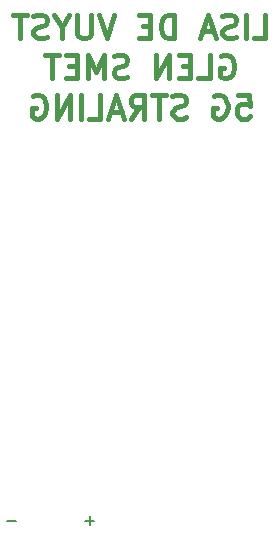
<source format=gbo>
G04 #@! TF.GenerationSoftware,KiCad,Pcbnew,(5.1.9)-1*
G04 #@! TF.CreationDate,2021-04-08T22:43:58+02:00*
G04 #@! TF.ProjectId,autopcb,6175746f-7063-4622-9e6b-696361645f70,rev?*
G04 #@! TF.SameCoordinates,Original*
G04 #@! TF.FileFunction,Legend,Bot*
G04 #@! TF.FilePolarity,Positive*
%FSLAX46Y46*%
G04 Gerber Fmt 4.6, Leading zero omitted, Abs format (unit mm)*
G04 Created by KiCad (PCBNEW (5.1.9)-1) date 2021-04-08 22:43:58*
%MOMM*%
%LPD*%
G01*
G04 APERTURE LIST*
%ADD10C,0.150000*%
%ADD11C,0.400000*%
G04 APERTURE END LIST*
D10*
X141541452Y-101480928D02*
X140779547Y-101480928D01*
X141160500Y-101861880D02*
X141160500Y-101099976D01*
X134937452Y-101480928D02*
X134175547Y-101480928D01*
D11*
X155049928Y-60623761D02*
X156002309Y-60623761D01*
X156002309Y-58623761D01*
X154383261Y-60623761D02*
X154383261Y-58623761D01*
X153526119Y-60528523D02*
X153240404Y-60623761D01*
X152764214Y-60623761D01*
X152573738Y-60528523D01*
X152478500Y-60433285D01*
X152383261Y-60242809D01*
X152383261Y-60052333D01*
X152478500Y-59861857D01*
X152573738Y-59766619D01*
X152764214Y-59671380D01*
X153145166Y-59576142D01*
X153335642Y-59480904D01*
X153430880Y-59385666D01*
X153526119Y-59195190D01*
X153526119Y-59004714D01*
X153430880Y-58814238D01*
X153335642Y-58719000D01*
X153145166Y-58623761D01*
X152668976Y-58623761D01*
X152383261Y-58719000D01*
X151621357Y-60052333D02*
X150668976Y-60052333D01*
X151811833Y-60623761D02*
X151145166Y-58623761D01*
X150478500Y-60623761D01*
X148288023Y-60623761D02*
X148288023Y-58623761D01*
X147811833Y-58623761D01*
X147526119Y-58719000D01*
X147335642Y-58909476D01*
X147240404Y-59099952D01*
X147145166Y-59480904D01*
X147145166Y-59766619D01*
X147240404Y-60147571D01*
X147335642Y-60338047D01*
X147526119Y-60528523D01*
X147811833Y-60623761D01*
X148288023Y-60623761D01*
X146288023Y-59576142D02*
X145621357Y-59576142D01*
X145335642Y-60623761D02*
X146288023Y-60623761D01*
X146288023Y-58623761D01*
X145335642Y-58623761D01*
X143240404Y-58623761D02*
X142573738Y-60623761D01*
X141907071Y-58623761D01*
X141240404Y-58623761D02*
X141240404Y-60242809D01*
X141145166Y-60433285D01*
X141049928Y-60528523D01*
X140859452Y-60623761D01*
X140478500Y-60623761D01*
X140288023Y-60528523D01*
X140192785Y-60433285D01*
X140097547Y-60242809D01*
X140097547Y-58623761D01*
X138764214Y-59671380D02*
X138764214Y-60623761D01*
X139430880Y-58623761D02*
X138764214Y-59671380D01*
X138097547Y-58623761D01*
X137526119Y-60528523D02*
X137240404Y-60623761D01*
X136764214Y-60623761D01*
X136573738Y-60528523D01*
X136478500Y-60433285D01*
X136383261Y-60242809D01*
X136383261Y-60052333D01*
X136478500Y-59861857D01*
X136573738Y-59766619D01*
X136764214Y-59671380D01*
X137145166Y-59576142D01*
X137335642Y-59480904D01*
X137430880Y-59385666D01*
X137526119Y-59195190D01*
X137526119Y-59004714D01*
X137430880Y-58814238D01*
X137335642Y-58719000D01*
X137145166Y-58623761D01*
X136668976Y-58623761D01*
X136383261Y-58719000D01*
X135811833Y-58623761D02*
X134668976Y-58623761D01*
X135240404Y-60623761D02*
X135240404Y-58623761D01*
X152240404Y-62119000D02*
X152430880Y-62023761D01*
X152716595Y-62023761D01*
X153002309Y-62119000D01*
X153192785Y-62309476D01*
X153288023Y-62499952D01*
X153383261Y-62880904D01*
X153383261Y-63166619D01*
X153288023Y-63547571D01*
X153192785Y-63738047D01*
X153002309Y-63928523D01*
X152716595Y-64023761D01*
X152526119Y-64023761D01*
X152240404Y-63928523D01*
X152145166Y-63833285D01*
X152145166Y-63166619D01*
X152526119Y-63166619D01*
X150335642Y-64023761D02*
X151288023Y-64023761D01*
X151288023Y-62023761D01*
X149668976Y-62976142D02*
X149002309Y-62976142D01*
X148716595Y-64023761D02*
X149668976Y-64023761D01*
X149668976Y-62023761D01*
X148716595Y-62023761D01*
X147859452Y-64023761D02*
X147859452Y-62023761D01*
X146716595Y-64023761D01*
X146716595Y-62023761D01*
X144335642Y-63928523D02*
X144049928Y-64023761D01*
X143573738Y-64023761D01*
X143383261Y-63928523D01*
X143288023Y-63833285D01*
X143192785Y-63642809D01*
X143192785Y-63452333D01*
X143288023Y-63261857D01*
X143383261Y-63166619D01*
X143573738Y-63071380D01*
X143954690Y-62976142D01*
X144145166Y-62880904D01*
X144240404Y-62785666D01*
X144335642Y-62595190D01*
X144335642Y-62404714D01*
X144240404Y-62214238D01*
X144145166Y-62119000D01*
X143954690Y-62023761D01*
X143478500Y-62023761D01*
X143192785Y-62119000D01*
X142335642Y-64023761D02*
X142335642Y-62023761D01*
X141668976Y-63452333D01*
X141002309Y-62023761D01*
X141002309Y-64023761D01*
X140049928Y-62976142D02*
X139383261Y-62976142D01*
X139097547Y-64023761D02*
X140049928Y-64023761D01*
X140049928Y-62023761D01*
X139097547Y-62023761D01*
X138526119Y-62023761D02*
X137383261Y-62023761D01*
X137954690Y-64023761D02*
X137954690Y-62023761D01*
X153668976Y-65423761D02*
X154621357Y-65423761D01*
X154716595Y-66376142D01*
X154621357Y-66280904D01*
X154430880Y-66185666D01*
X153954690Y-66185666D01*
X153764214Y-66280904D01*
X153668976Y-66376142D01*
X153573738Y-66566619D01*
X153573738Y-67042809D01*
X153668976Y-67233285D01*
X153764214Y-67328523D01*
X153954690Y-67423761D01*
X154430880Y-67423761D01*
X154621357Y-67328523D01*
X154716595Y-67233285D01*
X151668976Y-65519000D02*
X151859452Y-65423761D01*
X152145166Y-65423761D01*
X152430880Y-65519000D01*
X152621357Y-65709476D01*
X152716595Y-65899952D01*
X152811833Y-66280904D01*
X152811833Y-66566619D01*
X152716595Y-66947571D01*
X152621357Y-67138047D01*
X152430880Y-67328523D01*
X152145166Y-67423761D01*
X151954690Y-67423761D01*
X151668976Y-67328523D01*
X151573738Y-67233285D01*
X151573738Y-66566619D01*
X151954690Y-66566619D01*
X149288023Y-67328523D02*
X149002309Y-67423761D01*
X148526119Y-67423761D01*
X148335642Y-67328523D01*
X148240404Y-67233285D01*
X148145166Y-67042809D01*
X148145166Y-66852333D01*
X148240404Y-66661857D01*
X148335642Y-66566619D01*
X148526119Y-66471380D01*
X148907071Y-66376142D01*
X149097547Y-66280904D01*
X149192785Y-66185666D01*
X149288023Y-65995190D01*
X149288023Y-65804714D01*
X149192785Y-65614238D01*
X149097547Y-65519000D01*
X148907071Y-65423761D01*
X148430880Y-65423761D01*
X148145166Y-65519000D01*
X147573738Y-65423761D02*
X146430880Y-65423761D01*
X147002309Y-67423761D02*
X147002309Y-65423761D01*
X144621357Y-67423761D02*
X145288023Y-66471380D01*
X145764214Y-67423761D02*
X145764214Y-65423761D01*
X145002309Y-65423761D01*
X144811833Y-65519000D01*
X144716595Y-65614238D01*
X144621357Y-65804714D01*
X144621357Y-66090428D01*
X144716595Y-66280904D01*
X144811833Y-66376142D01*
X145002309Y-66471380D01*
X145764214Y-66471380D01*
X143859452Y-66852333D02*
X142907071Y-66852333D01*
X144049928Y-67423761D02*
X143383261Y-65423761D01*
X142716595Y-67423761D01*
X141097547Y-67423761D02*
X142049928Y-67423761D01*
X142049928Y-65423761D01*
X140430880Y-67423761D02*
X140430880Y-65423761D01*
X139478500Y-67423761D02*
X139478500Y-65423761D01*
X138335642Y-67423761D01*
X138335642Y-65423761D01*
X136335642Y-65519000D02*
X136526119Y-65423761D01*
X136811833Y-65423761D01*
X137097547Y-65519000D01*
X137288023Y-65709476D01*
X137383261Y-65899952D01*
X137478500Y-66280904D01*
X137478500Y-66566619D01*
X137383261Y-66947571D01*
X137288023Y-67138047D01*
X137097547Y-67328523D01*
X136811833Y-67423761D01*
X136621357Y-67423761D01*
X136335642Y-67328523D01*
X136240404Y-67233285D01*
X136240404Y-66566619D01*
X136621357Y-66566619D01*
M02*

</source>
